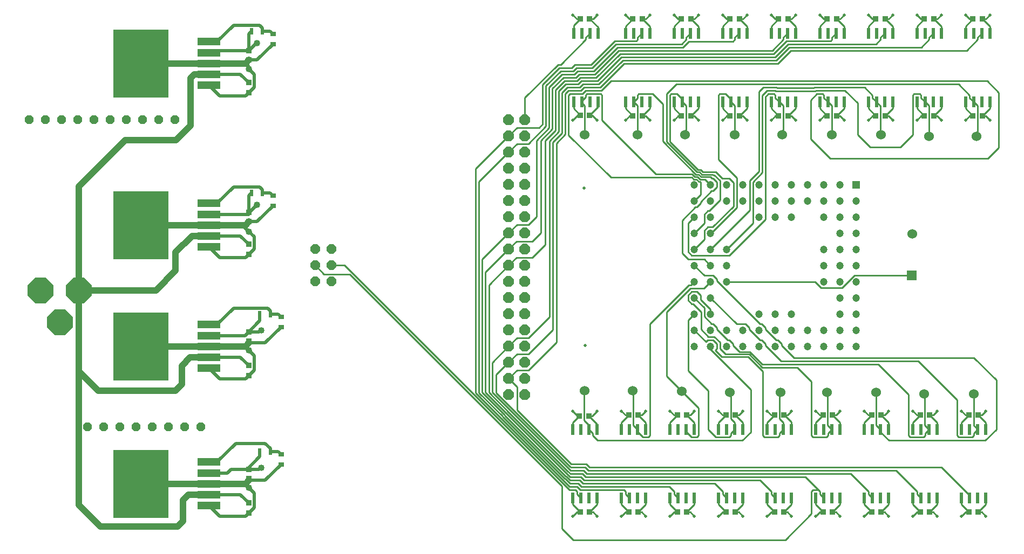
<source format=gtl>
%FSLAX25Y25*%
%MOIN*%
G70*
G01*
G75*
G04 Layer_Physical_Order=1*
G04 Layer_Color=255*
%ADD10R,0.33858X0.42126*%
%ADD11R,0.14173X0.04528*%
%ADD12R,0.03661X0.03661*%
%ADD13R,0.03500X0.03400*%
%ADD14R,0.03661X0.03661*%
%ADD15R,0.02200X0.06700*%
%ADD16R,0.02178X0.03937*%
%ADD17R,0.03200X0.03000*%
%ADD18C,0.01000*%
%ADD19C,0.04000*%
%ADD20C,0.02000*%
%ADD21C,0.03937*%
%ADD22C,0.06000*%
%ADD23C,0.04724*%
%ADD24R,0.04724X0.04724*%
%ADD25R,0.06000X0.06000*%
%ADD26P,0.06061X8X112.5*%
%ADD27P,0.06605X8X292.5*%
%ADD28P,0.17046X8X112.5*%
%ADD29C,0.07677*%
%ADD30P,0.17046X8X202.5*%
%ADD31P,0.07144X8X292.5*%
%ADD32C,0.05000*%
%ADD33C,0.02000*%
%ADD34C,0.04000*%
D10*
X143465Y135000D02*
D03*
Y235000D02*
D03*
Y60000D02*
D03*
Y-25000D02*
D03*
D11*
X185394Y148386D02*
D03*
Y141693D02*
D03*
Y135000D02*
D03*
Y128307D02*
D03*
Y121614D02*
D03*
Y248386D02*
D03*
Y241693D02*
D03*
Y235000D02*
D03*
Y228307D02*
D03*
Y221614D02*
D03*
Y73386D02*
D03*
Y66693D02*
D03*
Y60000D02*
D03*
Y53307D02*
D03*
Y46614D02*
D03*
Y-11614D02*
D03*
Y-18307D02*
D03*
Y-25000D02*
D03*
Y-31693D02*
D03*
Y-38386D02*
D03*
D12*
X210000Y-21953D02*
D03*
Y-16047D02*
D03*
Y63047D02*
D03*
Y68953D02*
D03*
Y237047D02*
D03*
Y242953D02*
D03*
Y137047D02*
D03*
Y142953D02*
D03*
D13*
Y-43050D02*
D03*
Y-36950D02*
D03*
Y41950D02*
D03*
Y48050D02*
D03*
Y216950D02*
D03*
Y223050D02*
D03*
Y116950D02*
D03*
Y123050D02*
D03*
D14*
X504547Y-42500D02*
D03*
X510453D02*
D03*
X504547Y17500D02*
D03*
X510453D02*
D03*
X534547Y-42500D02*
D03*
X540453D02*
D03*
X534547Y17500D02*
D03*
X540453D02*
D03*
X564547Y-42500D02*
D03*
X570453D02*
D03*
X564547Y17500D02*
D03*
X570453D02*
D03*
X594547Y-42500D02*
D03*
X600453D02*
D03*
X594547Y17500D02*
D03*
X600453D02*
D03*
X624547Y-42500D02*
D03*
X630453D02*
D03*
X624547Y17500D02*
D03*
X630453D02*
D03*
X654547Y-42500D02*
D03*
X660453D02*
D03*
X654547Y17500D02*
D03*
X660453D02*
D03*
X444547Y-42500D02*
D03*
X450453D02*
D03*
X444547Y17500D02*
D03*
X450453D02*
D03*
X474547Y-42500D02*
D03*
X480453D02*
D03*
X474547Y17500D02*
D03*
X480453D02*
D03*
X414047Y17000D02*
D03*
X419953D02*
D03*
X414547Y-42500D02*
D03*
X420453D02*
D03*
X507047Y262500D02*
D03*
X512953D02*
D03*
X507047Y202500D02*
D03*
X512953D02*
D03*
X537047Y262500D02*
D03*
X542953D02*
D03*
X537047Y202500D02*
D03*
X542953D02*
D03*
X567047Y262500D02*
D03*
X572953D02*
D03*
X567047Y202500D02*
D03*
X572953D02*
D03*
X597047Y262500D02*
D03*
X602953D02*
D03*
X597047Y202500D02*
D03*
X602953D02*
D03*
X627047Y262500D02*
D03*
X632953D02*
D03*
X627047Y202500D02*
D03*
X632953D02*
D03*
X657047Y262500D02*
D03*
X662953D02*
D03*
X657047Y202500D02*
D03*
X662953D02*
D03*
X447047Y262500D02*
D03*
X452953D02*
D03*
X447047Y202500D02*
D03*
X452953D02*
D03*
X477047Y262500D02*
D03*
X482953D02*
D03*
X477047Y202500D02*
D03*
X482953D02*
D03*
X414547Y203000D02*
D03*
X420453D02*
D03*
X414547Y262500D02*
D03*
X420453D02*
D03*
D15*
X590000Y-33700D02*
D03*
X595000D02*
D03*
X590000Y8700D02*
D03*
X595000D02*
D03*
X600000Y-33700D02*
D03*
X605000D02*
D03*
X600000Y8700D02*
D03*
X605000D02*
D03*
X592500Y211300D02*
D03*
X597500D02*
D03*
X602500D02*
D03*
X592500Y253700D02*
D03*
X597500D02*
D03*
X607500Y211300D02*
D03*
X602500Y253700D02*
D03*
X607500D02*
D03*
X620000Y-33700D02*
D03*
X625000D02*
D03*
X620000Y8700D02*
D03*
X625000D02*
D03*
X630000Y-33700D02*
D03*
X635000D02*
D03*
X630000Y8700D02*
D03*
X635000D02*
D03*
X622500Y211300D02*
D03*
X627500D02*
D03*
X632500D02*
D03*
X622500Y253700D02*
D03*
X627500D02*
D03*
X637500Y211300D02*
D03*
X632500Y253700D02*
D03*
X637500D02*
D03*
X650000Y-33700D02*
D03*
X655000D02*
D03*
X650000Y8700D02*
D03*
X655000D02*
D03*
X660000Y-33700D02*
D03*
X665000D02*
D03*
X660000Y8700D02*
D03*
X665000D02*
D03*
X652500Y211300D02*
D03*
X657500D02*
D03*
X662500D02*
D03*
X652500Y253700D02*
D03*
X657500D02*
D03*
X667500Y211300D02*
D03*
X662500Y253700D02*
D03*
X667500D02*
D03*
X410000Y-33700D02*
D03*
X415000D02*
D03*
X420000D02*
D03*
X410000Y8700D02*
D03*
X415000D02*
D03*
X425000Y-33700D02*
D03*
X420000Y8700D02*
D03*
X425000D02*
D03*
X410500Y211300D02*
D03*
X415500D02*
D03*
X410500Y253700D02*
D03*
X415500D02*
D03*
X420500Y211300D02*
D03*
X425500D02*
D03*
X420500Y253700D02*
D03*
X425500D02*
D03*
X500000Y-33700D02*
D03*
X505000D02*
D03*
X500000Y8700D02*
D03*
X505000D02*
D03*
X510000Y-33700D02*
D03*
X515000D02*
D03*
X510000Y8700D02*
D03*
X515000D02*
D03*
X502500Y211300D02*
D03*
X507500D02*
D03*
X512500D02*
D03*
X502500Y253700D02*
D03*
X507500D02*
D03*
X517500Y211300D02*
D03*
X512500Y253700D02*
D03*
X517500D02*
D03*
X530000Y-33700D02*
D03*
X535000D02*
D03*
X530000Y8700D02*
D03*
X535000D02*
D03*
X540000Y-33700D02*
D03*
X545000D02*
D03*
X540000Y8700D02*
D03*
X545000D02*
D03*
X532500Y211300D02*
D03*
X537500D02*
D03*
X542500D02*
D03*
X532500Y253700D02*
D03*
X537500D02*
D03*
X547500Y211300D02*
D03*
X542500Y253700D02*
D03*
X547500D02*
D03*
X560000Y-33700D02*
D03*
X565000D02*
D03*
X560000Y8700D02*
D03*
X565000D02*
D03*
X570000Y-33700D02*
D03*
X575000D02*
D03*
X570000Y8700D02*
D03*
X575000D02*
D03*
X562500Y211300D02*
D03*
X567500D02*
D03*
X572500D02*
D03*
X562500Y253700D02*
D03*
X567500D02*
D03*
X577500Y211300D02*
D03*
X572500Y253700D02*
D03*
X577500D02*
D03*
X470000Y-33700D02*
D03*
X475000D02*
D03*
X470000Y8700D02*
D03*
X475000D02*
D03*
X480000Y-33700D02*
D03*
X485000D02*
D03*
X480000Y8700D02*
D03*
X485000D02*
D03*
X472500Y211300D02*
D03*
X477500D02*
D03*
X482500D02*
D03*
X472500Y253700D02*
D03*
X477500D02*
D03*
X487500Y211300D02*
D03*
X482500Y253700D02*
D03*
X487500D02*
D03*
X440000Y-33700D02*
D03*
X445000D02*
D03*
X440000Y8700D02*
D03*
X445000D02*
D03*
X450000Y-33700D02*
D03*
X455000D02*
D03*
X450000Y8700D02*
D03*
X455000D02*
D03*
X442500Y211300D02*
D03*
X447500D02*
D03*
X452500D02*
D03*
X442500Y253700D02*
D03*
X447500D02*
D03*
X457500Y211300D02*
D03*
X452500Y253700D02*
D03*
X457500D02*
D03*
D16*
X216746Y-5000D02*
D03*
X223254D02*
D03*
X216746Y80000D02*
D03*
X223254D02*
D03*
X211746Y255000D02*
D03*
X218254D02*
D03*
X211746Y155000D02*
D03*
X218254D02*
D03*
D17*
X230000Y-13050D02*
D03*
Y-6950D02*
D03*
Y71950D02*
D03*
Y78050D02*
D03*
X225000Y246950D02*
D03*
Y253050D02*
D03*
Y146950D02*
D03*
Y153050D02*
D03*
D18*
X410400Y-59800D02*
X541200D01*
X403350Y-52750D02*
X410400Y-59800D01*
X403350Y-52750D02*
Y-26350D01*
X541200Y-59800D02*
X557400Y-43600D01*
X657500Y211300D02*
X659878Y208922D01*
Y190390D02*
Y208922D01*
X659449Y189961D02*
X659878Y190390D01*
X627500Y211300D02*
X629921Y208879D01*
Y189961D02*
Y208879D01*
X597500Y211300D02*
X600122Y208678D01*
Y191217D02*
Y208678D01*
Y191217D02*
X600394Y190945D01*
X567500Y211300D02*
X569882Y208918D01*
Y190945D02*
Y208918D01*
X537500Y211300D02*
X539878Y208922D01*
Y191453D02*
Y208922D01*
X539370Y190945D02*
X539878Y191453D01*
X507500Y211300D02*
X509878Y208922D01*
Y190980D02*
Y208922D01*
X509842Y190945D02*
X509878Y190980D01*
X477500Y211300D02*
X479878Y208922D01*
Y191492D02*
Y208922D01*
X479331Y190945D02*
X479878Y191492D01*
X447500Y211300D02*
X449878Y208922D01*
Y191020D02*
Y208922D01*
X449803Y190945D02*
X449878Y191020D01*
X415000Y211300D02*
X417900Y214200D01*
X415000Y211300D02*
X417378Y208922D01*
Y191000D02*
Y208922D01*
X417323Y190945D02*
X417378Y191000D01*
X657480Y11220D02*
X660000Y8700D01*
X657480Y11220D02*
Y30512D01*
X627378Y11322D02*
X630000Y8700D01*
X627378Y11322D02*
Y30102D01*
X626968Y30512D02*
X627378Y30102D01*
X597441Y11259D02*
X600000Y8700D01*
X597441Y11259D02*
Y31496D01*
X567378Y11322D02*
X570000Y8700D01*
X567378Y11322D02*
Y31047D01*
X566929Y31496D02*
X567378Y31047D01*
X527400Y4729D02*
Y44450D01*
Y4729D02*
X528279Y3850D01*
X536721D01*
X537600Y4729D01*
Y6300D01*
X540000Y8700D01*
X518330Y53521D02*
X527400Y44450D01*
X501991Y53521D02*
X518330D01*
X512900Y56638D02*
X519455D01*
X508862Y60676D02*
X512900Y56638D01*
X504400Y55138D02*
X518834D01*
X500862Y58676D02*
X504400Y55138D01*
X519455Y56638D02*
X527093Y49000D01*
X518834Y55138D02*
X526972Y47000D01*
X497987Y57525D02*
X501991Y53521D01*
X537622Y30732D02*
X538386Y31496D01*
X537622Y15255D02*
Y30732D01*
Y15255D02*
X540000Y12877D01*
Y8700D02*
Y12877D01*
X506890Y31496D02*
X507622Y30764D01*
Y15255D02*
Y30764D01*
Y15255D02*
X510000Y12877D01*
Y8700D02*
Y12877D01*
X447378Y11322D02*
X450000Y8700D01*
X447378Y11322D02*
Y31953D01*
X446850Y32480D02*
X447378Y31953D01*
X420000Y8700D02*
Y11291D01*
X417122Y14169D02*
X420000Y11291D01*
X417122Y14169D02*
Y32280D01*
X417323Y32480D01*
X612205Y183071D02*
X619900Y190766D01*
X593504Y183071D02*
X612205D01*
X585850Y190725D02*
X593504Y183071D01*
X673000Y182843D02*
Y217000D01*
X666339Y176181D02*
X673000Y182843D01*
X568898Y176181D02*
X666339D01*
X619900Y190766D02*
Y215271D01*
X585850Y190725D02*
Y210410D01*
X559950Y218150D02*
X578110D01*
X585850Y210410D01*
X557000Y188079D02*
X568898Y176181D01*
X557000Y188079D02*
Y212371D01*
X467900Y186475D02*
X486513Y167862D01*
X469900Y186596D02*
X487134Y169362D01*
X469900Y186596D02*
Y215271D01*
X465500Y186753D02*
X485891Y166362D01*
X490378Y167862D02*
X498257D01*
X489757Y166362D02*
X496309D01*
X489135Y164862D02*
X494981D01*
X488514Y163362D02*
X491638D01*
X483632Y166500D02*
X485270Y164862D01*
X488878Y169362D02*
X490378Y167862D01*
X487134Y169362D02*
X488878D01*
X488257Y167862D02*
X489757Y166362D01*
X486513Y167862D02*
X488257D01*
X487635Y166362D02*
X489135Y164862D01*
X485891Y166362D02*
X487635D01*
X487014Y164862D02*
X488514Y163362D01*
X485270Y164862D02*
X487014D01*
X487893Y161862D02*
X488600D01*
X486393Y163362D02*
X487893Y161862D01*
X484649Y163362D02*
X486393D01*
X483511Y164500D02*
X484649Y163362D01*
X488600Y161862D02*
X488862Y161600D01*
X433500Y164500D02*
X483511D01*
X491638Y163362D02*
X495000Y160000D01*
X461453Y166500D02*
X483632D01*
X494981Y164862D02*
X495981Y163862D01*
X496309Y166362D02*
X496809Y165862D01*
X428100Y199853D02*
X461453Y166500D01*
X428100Y199853D02*
Y215271D01*
X671500Y8629D02*
Y39130D01*
X657630Y53000D02*
X671500Y39130D01*
X546538Y53000D02*
X657630D01*
X647400Y4729D02*
Y26813D01*
X623213Y51000D02*
X647400Y26813D01*
X538538Y51000D02*
X623213D01*
X519900Y7029D02*
Y33250D01*
X495000Y58150D02*
X519900Y33250D01*
X495000Y58150D02*
Y60000D01*
X557400Y4729D02*
Y38072D01*
X548472Y47000D02*
X557400Y38072D01*
X526972Y47000D02*
X548472D01*
X527093Y49000D02*
X598500D01*
X481138Y44862D02*
X493600Y32400D01*
Y8529D02*
Y32400D01*
Y8529D02*
X498279Y3850D01*
X514721Y1850D02*
X519900Y7029D01*
X354000Y113715D02*
X370385Y130100D01*
X354000Y31485D02*
Y113715D01*
X358164Y97879D02*
X370385Y110100D01*
X358164Y31564D02*
Y97879D01*
X375185Y114900D02*
X384900D01*
X370385Y110100D02*
X375185Y114900D01*
Y124900D02*
X384900D01*
X370385Y120100D02*
X375185Y124900D01*
X497987Y57525D02*
X498862Y58400D01*
X492269Y62731D02*
X493400Y63862D01*
X485000Y70000D02*
X492269Y62731D01*
X481138Y76138D02*
X485000Y80000D01*
X481138Y44862D02*
Y76138D01*
X459221Y216150D02*
X465500Y209871D01*
Y186753D02*
Y209871D01*
X584107Y103862D02*
X619138D01*
X576383Y96138D02*
X584107Y103862D01*
X563400Y96138D02*
X576383D01*
X269021Y110100D02*
X363585Y15536D01*
X260885Y110100D02*
X269021D01*
X363585Y15444D02*
Y15536D01*
X350000Y31243D02*
X365085Y16158D01*
X350000Y31243D02*
Y169715D01*
X352000Y31364D02*
Y161715D01*
Y31364D02*
X366585Y16779D01*
X354000Y31485D02*
X368085Y17400D01*
X356000Y31607D02*
Y105715D01*
Y31607D02*
X369585Y18022D01*
X358164Y31564D02*
X371085Y18643D01*
X360164Y31685D02*
Y49879D01*
Y31685D02*
X372585Y19264D01*
X362785Y31186D02*
X374085Y19886D01*
X362785Y31186D02*
Y42500D01*
X375585Y20415D02*
Y34900D01*
X372585Y19172D02*
Y19264D01*
X371085Y18551D02*
Y18643D01*
X369585Y17930D02*
Y18022D01*
X368085Y17308D02*
Y17400D01*
X366585Y16687D02*
Y16779D01*
X365085Y16066D02*
Y16158D01*
X374085Y19794D02*
Y19886D01*
X403971Y-24850D02*
X407971Y-28850D01*
X404593Y-23350D02*
X408093Y-26850D01*
X405214Y-21850D02*
X408214Y-24850D01*
X405835Y-20350D02*
X408335Y-22850D01*
X406457Y-18850D02*
X408457Y-20850D01*
X407078Y-17350D02*
X408578Y-18850D01*
X407699Y-15850D02*
X408699Y-16850D01*
X403258Y-26350D02*
X403350D01*
X362085Y14823D02*
X403258Y-26350D01*
X362085Y14823D02*
Y14915D01*
X272349Y104651D02*
X362085Y14915D01*
X403879Y-24850D02*
X403971D01*
X363585Y15444D02*
X403879Y-24850D01*
X404501Y-23350D02*
X404593D01*
X365085Y16066D02*
X404501Y-23350D01*
X405122Y-21850D02*
X405214D01*
X366585Y16687D02*
X405122Y-21850D01*
X405743Y-20350D02*
X405835D01*
X368085Y17308D02*
X405743Y-20350D01*
X406365Y-18850D02*
X406457D01*
X369585Y17930D02*
X406365Y-18850D01*
X406986Y-17350D02*
X407078D01*
X371085Y18551D02*
X406986Y-17350D01*
X407607Y-15850D02*
X407699D01*
X372585Y19172D02*
X407607Y-15850D01*
X408321Y-14350D02*
X408821Y-14850D01*
X408229Y-14350D02*
X408321D01*
X374085Y19794D02*
X408229Y-14350D01*
X408850Y-12850D02*
X418349D01*
X375585Y20415D02*
X408850Y-12850D01*
X408821Y-14850D02*
X417520D01*
X408699Y-16850D02*
X416692D01*
X408578Y-18850D02*
X415863D01*
X408457Y-20850D02*
X415035D01*
X408335Y-22850D02*
X414207D01*
X408214Y-24850D02*
X413378D01*
X408093Y-26850D02*
X412550D01*
X407971Y-28850D02*
X411721D01*
X256334Y104651D02*
X272349D01*
X410000Y-37953D02*
X414547Y-42500D01*
X410000Y-37953D02*
Y-33700D01*
X185394Y-11614D02*
X190386D01*
X185394Y73386D02*
X190386D01*
X185394Y248386D02*
X190386D01*
X185394Y148386D02*
X190386D01*
X407400Y190600D02*
X433500Y164500D01*
X413000Y203000D02*
X414547D01*
X410000Y200000D02*
X413000Y203000D01*
X422000D02*
X425000Y200000D01*
X420453Y203000D02*
X422000D01*
X420453D02*
X425500Y208047D01*
Y211300D01*
X410500Y207047D02*
X414547Y203000D01*
X410500Y207047D02*
Y211300D01*
X487600Y4729D02*
Y21900D01*
X468000Y41500D02*
X487600Y21900D01*
X468000Y41500D02*
Y81290D01*
X482572Y95862D01*
X457600Y73719D02*
X481743Y97862D01*
X457600Y4729D02*
Y73719D01*
X422000Y17000D02*
X425000Y20000D01*
X419953Y17000D02*
X422000D01*
X425000Y8700D02*
Y11953D01*
X419953Y17000D02*
X425000Y11953D01*
X662500Y17500D02*
X665000Y20000D01*
X660453Y17500D02*
X662500D01*
X650000Y20000D02*
X652500Y17500D01*
X654547D01*
X632500D02*
X635000Y20000D01*
X630453Y17500D02*
X632500D01*
X620000Y20000D02*
X622500Y17500D01*
X624547D01*
X602500D02*
X605000Y20000D01*
X600453Y17500D02*
X602500D01*
X590000Y20000D02*
X592500Y17500D01*
X594547D01*
X210000Y-27500D02*
Y-27047D01*
Y142953D02*
X210453D01*
X665000Y262500D02*
X667500Y265000D01*
X662953Y262500D02*
X665000D01*
X652500Y265000D02*
X655000Y262500D01*
X657047D01*
X635000D02*
X637500Y265000D01*
X632953Y262500D02*
X635000D01*
X622500Y265000D02*
X625000Y262500D01*
X627047D01*
X605000D02*
X607500Y265000D01*
X602953Y262500D02*
X605000D01*
X592500Y265000D02*
X595000Y262500D01*
X597047D01*
X575000D02*
X577500Y265000D01*
X572953Y262500D02*
X575000D01*
X562500Y265000D02*
X565000Y262500D01*
X567047D01*
X545000D02*
X547500Y265000D01*
X542953Y262500D02*
X545000D01*
X532500Y265000D02*
X535000Y262500D01*
X537047D01*
X515000D02*
X517500Y265000D01*
X512953Y262500D02*
X515000D01*
X502500Y265000D02*
X505000Y262500D01*
X507047D01*
X485000D02*
X487500Y265000D01*
X482953Y262500D02*
X485000D01*
X472500Y265000D02*
X475000Y262500D01*
X477047D01*
X455000D02*
X457500Y265000D01*
X452953Y262500D02*
X455000D01*
X442500Y265000D02*
X445000Y262500D01*
X447047D01*
X422500D02*
X425000Y265000D01*
X420453Y262500D02*
X422500D01*
X410000Y265000D02*
X412500Y262500D01*
X414547D01*
X665000Y202500D02*
X667500Y200000D01*
X662953Y202500D02*
X665000D01*
X652500Y200000D02*
X655000Y202500D01*
X657047D01*
X635000D02*
X637500Y200000D01*
X632953Y202500D02*
X635000D01*
X622500Y200000D02*
X625000Y202500D01*
X627047D01*
X605000D02*
X607500Y200000D01*
X602953Y202500D02*
X605000D01*
X592500Y200000D02*
X595000Y202500D01*
X597047D01*
X575000D02*
X577500Y200000D01*
X572953Y202500D02*
X575000D01*
X562500Y200000D02*
X565000Y202500D01*
X567047D01*
X545000D02*
X547500Y200000D01*
X542953Y202500D02*
X545000D01*
X532500Y200000D02*
X535000Y202500D01*
X537047D01*
X515000D02*
X517500Y200000D01*
X512953Y202500D02*
X515000D01*
X502500Y200000D02*
X505000Y202500D01*
X507047D01*
X485000D02*
X487500Y200000D01*
X482953Y202500D02*
X485000D01*
X472500Y200000D02*
X475000Y202500D01*
X477047D01*
X455000D02*
X457500Y200000D01*
X452953Y202500D02*
X455000D01*
X442500Y200000D02*
X445000Y202500D01*
X447047D01*
X572500Y17500D02*
X575000Y20000D01*
X570453Y17500D02*
X572500D01*
X560000Y20000D02*
X562500Y17500D01*
X564547D01*
X540600D02*
X542500D01*
X540453D02*
X540600D01*
X542500D02*
X545000Y20000D01*
X530000D02*
X532500Y17500D01*
X534547D01*
X512500D02*
X515000Y20000D01*
X510453Y17500D02*
X512500D01*
X500000Y20000D02*
X502500Y17500D01*
X504547D01*
X482500D02*
X485000Y20000D01*
X480453Y17500D02*
X482500D01*
X470000Y20000D02*
X472500Y17500D01*
X474547D01*
X452500D02*
X455000Y20000D01*
X450453Y17500D02*
X452500D01*
X440000Y20000D02*
X442500Y17500D01*
X444547D01*
X662500Y-42500D02*
X665000Y-45000D01*
X660453Y-42500D02*
X662500D01*
X650000Y-45000D02*
X652500Y-42500D01*
X654547D01*
X632500D02*
X635000Y-45000D01*
X630453Y-42500D02*
X632500D01*
X620000Y-45000D02*
X622500Y-42500D01*
X624547D01*
X602500D02*
X605000Y-45000D01*
X600453Y-42500D02*
X602500D01*
X590000Y-45000D02*
X592500Y-42500D01*
X594547D01*
X572500D02*
X575000Y-45000D01*
X570453Y-42500D02*
X572500D01*
X560000Y-45000D02*
X562500Y-42500D01*
X564547D01*
X542500D02*
X545000Y-45000D01*
X540453Y-42500D02*
X542500D01*
X530000Y-45000D02*
X532500Y-42500D01*
X534547D01*
X512500D02*
X515000Y-45000D01*
X510453Y-42500D02*
X512500D01*
X500000Y-45000D02*
X502500Y-42500D01*
X504547D01*
X482500D02*
X485000Y-45000D01*
X480453Y-42500D02*
X482500D01*
X470000Y-45000D02*
X472500Y-42500D01*
X474547D01*
X452500D02*
X455000Y-45000D01*
X450453Y-42500D02*
X452500D01*
X440000Y-45000D02*
X442500Y-42500D01*
X444547D01*
X422500D02*
X425000Y-45000D01*
X420453Y-42500D02*
X422500D01*
X410000Y-45000D02*
X412500Y-42500D01*
X414547D01*
X619900Y215271D02*
X620779Y216150D01*
X624221D01*
X413000Y17000D02*
X414047D01*
X410000Y20000D02*
X413000Y17000D01*
X665850Y224150D02*
X673000Y217000D01*
X433777Y224150D02*
X665850D01*
X557000Y212371D02*
X560779Y216150D01*
X499900Y175428D02*
Y215271D01*
X509138Y146638D02*
Y161324D01*
X467900Y186475D02*
Y216100D01*
X506600Y163862D02*
X509138Y161324D01*
X502257Y163862D02*
X506600D01*
X498257Y167862D02*
X502257Y163862D01*
X500862Y150400D02*
Y162428D01*
X498862Y158400D02*
Y161600D01*
X497428Y165862D02*
X500862Y162428D01*
X496809Y165862D02*
X497428D01*
X496600Y163862D02*
X498862Y161600D01*
X495981Y163862D02*
X496600D01*
Y156138D02*
X498862Y158400D01*
X418779Y216150D02*
X427221D01*
X428100Y215271D01*
X407400Y190600D02*
Y215271D01*
X557400Y-43600D02*
Y-29729D01*
X558279Y-28850D01*
X561721D01*
X456721Y3850D02*
X457600Y4729D01*
X453279Y3850D02*
X456721D01*
X664721Y1850D02*
X671500Y8629D01*
X617400Y4729D02*
Y30100D01*
X598500Y49000D02*
X617400Y30100D01*
X647400Y4729D02*
X648279Y3850D01*
X656721D01*
X538862Y60676D02*
X546538Y53000D01*
X528862Y60676D02*
X538538Y51000D01*
X559538Y100000D02*
X563400Y96138D01*
X505000Y100000D02*
X559538D01*
X553721Y-20850D02*
X561721Y-28850D01*
X562600Y-29729D01*
X250885Y110100D02*
X256334Y104651D01*
X380385Y200100D02*
Y213712D01*
X400823Y234150D01*
X402521D01*
X418100Y249729D01*
Y251300D01*
X420500Y253700D01*
X391400Y197400D02*
Y221899D01*
X389300Y195300D02*
X391400Y197400D01*
X375585Y195300D02*
X389300D01*
X400000Y185673D02*
X405400Y191073D01*
X400000Y62644D02*
Y185673D01*
X397728Y186230D02*
X403400Y191902D01*
X397728Y70372D02*
Y186230D01*
X395657Y186987D02*
X401400Y192730D01*
X395657Y78300D02*
Y186987D01*
X399400Y193558D02*
Y218585D01*
X392993Y187151D02*
X399400Y193558D01*
X392993Y122993D02*
Y187151D01*
X397400Y194387D02*
Y219413D01*
X390328Y187315D02*
X397400Y194387D01*
X390328Y130328D02*
Y187315D01*
X395400Y195215D02*
Y220242D01*
X387500Y187315D02*
X395400Y195215D01*
X387500Y140144D02*
Y187315D01*
X382656Y185300D02*
X393400Y196044D01*
X382656Y45300D02*
X400000Y62644D01*
X382656Y65300D02*
X395657Y78300D01*
X382656Y55300D02*
X397728Y70372D01*
X384900Y114900D02*
X392993Y122993D01*
X402480Y230150D02*
X410151D01*
X403308Y228150D02*
X410980D01*
X404137Y226150D02*
X411808D01*
X404965Y224150D02*
X412637D01*
X405793Y222150D02*
X413465D01*
X406622Y220150D02*
X414293D01*
X407450Y218150D02*
X415122D01*
X408279Y216150D02*
X415950D01*
X417900Y214200D02*
Y215271D01*
X411323Y234150D02*
X421150D01*
X401651Y232150D02*
X409323D01*
X436678Y246850D02*
X477221D01*
X412151Y232150D02*
X421978D01*
X412980Y230150D02*
X422807D01*
X438335Y242850D02*
X533221D01*
X413808Y228150D02*
X423635D01*
X414637Y226150D02*
X424464D01*
X415465Y224150D02*
X425292D01*
X416293Y222150D02*
X426121D01*
X426949Y220150D02*
X441649Y234850D01*
X417122Y220150D02*
X426949D01*
X417950Y218150D02*
X427777D01*
X409323Y232150D02*
X411323Y234150D01*
X410151Y230150D02*
X412151Y232150D01*
X410980Y228150D02*
X412980Y230150D01*
X411808Y226150D02*
X413808Y228150D01*
X412637Y224150D02*
X414637Y226150D01*
X413465Y222150D02*
X415465Y224150D01*
X414293Y220150D02*
X416293Y222150D01*
X415122Y218150D02*
X417122Y220150D01*
X415950Y216150D02*
X417950Y218150D01*
X417900Y215271D02*
X418779Y216150D01*
X421150Y234150D02*
X435850Y248850D01*
X421978Y232150D02*
X436678Y246850D01*
X422807Y230150D02*
X437507Y244850D01*
X423635Y228150D02*
X438335Y242850D01*
X424464Y226150D02*
X439164Y240850D01*
X425292Y224150D02*
X439992Y238850D01*
X426121Y222150D02*
X440821Y236850D01*
X427777Y218150D02*
X433777Y224150D01*
X441649Y234850D02*
X536535D01*
X440821Y236850D02*
X535707D01*
X439992Y238850D02*
X534878D01*
X439164Y240850D02*
X534050D01*
X437507Y244850D02*
X478050D01*
X435850Y248850D02*
X449221D01*
X420453Y-42500D02*
X425000Y-37953D01*
Y-33700D01*
X420453Y262500D02*
X425500Y257453D01*
Y253700D02*
Y257453D01*
X410500Y258453D02*
X414547Y262500D01*
X410500Y253700D02*
Y258453D01*
X410000Y12953D02*
X414047Y17000D01*
X410000Y8700D02*
Y12953D01*
X407400Y215271D02*
X408279Y216150D01*
X405400Y216100D02*
X407450Y218150D01*
X405400Y191073D02*
Y216100D01*
X391400Y221899D02*
X401651Y232150D01*
X393400Y221070D02*
X402480Y230150D01*
X393400Y196044D02*
Y221070D01*
X395400Y220242D02*
X403308Y228150D01*
X397400Y219413D02*
X404137Y226150D01*
X399400Y218585D02*
X404965Y224150D01*
X401400Y217757D02*
X405793Y222150D01*
X401400Y192730D02*
Y217757D01*
X403400Y216928D02*
X406622Y220150D01*
X403400Y191902D02*
Y216928D01*
X481138Y91600D02*
X483400Y93862D01*
X481138Y88400D02*
Y91600D01*
Y88400D02*
X483400Y86138D01*
X488862Y153862D02*
Y161600D01*
X605150Y1850D02*
X664721D01*
X600000Y7000D02*
X605150Y1850D01*
X600000Y7000D02*
Y8700D01*
X485000Y110000D02*
X491138Y103862D01*
X496600D01*
X498862Y101600D01*
Y100676D02*
Y101600D01*
Y100676D02*
X525676Y73862D01*
X526600D01*
X528862Y71600D01*
Y70676D02*
Y71600D01*
Y70676D02*
X535676Y63862D01*
X536600D01*
X538862Y61600D01*
Y60676D02*
Y61600D01*
X425279Y1850D02*
X514721D01*
X422400Y4729D02*
X425279Y1850D01*
X498279Y3850D02*
X506721D01*
X507600Y4729D01*
Y6300D01*
X510000Y8700D01*
X486721Y3850D02*
X487600Y4729D01*
X483279Y3850D02*
X486721D01*
X480000Y7129D02*
X483279Y3850D01*
X480000Y7129D02*
Y8700D01*
X485000Y150000D02*
X488862Y153862D01*
X560779Y216150D02*
X564221D01*
X565100Y215271D01*
Y213700D02*
Y215271D01*
Y213700D02*
X567500Y211300D01*
X592500Y207047D02*
Y211300D01*
Y207047D02*
X597047Y202500D01*
X477500Y117500D02*
Y137962D01*
Y117500D02*
X481138Y113862D01*
X477500Y137962D02*
X485676Y146138D01*
X481138Y136138D02*
X485000Y140000D01*
X481138Y118400D02*
Y136138D01*
Y118400D02*
X483400Y116138D01*
X481138Y113862D02*
X491138D01*
X483400Y116138D02*
X506600D01*
X528862Y60676D02*
Y61600D01*
X526600Y63862D02*
X528862Y61600D01*
X525676Y63862D02*
X526600D01*
X518862Y70676D02*
X525676Y63862D01*
X518862Y70676D02*
Y71600D01*
X516600Y73862D02*
X518862Y71600D01*
X511138Y73862D02*
X516600D01*
X617400Y4729D02*
X618279Y3850D01*
X626721D01*
X508862Y60676D02*
Y61600D01*
X506600Y63862D02*
X508862Y61600D01*
X505676Y63862D02*
X506600D01*
X498862Y70676D02*
X505676Y63862D01*
X498862Y70676D02*
Y71600D01*
X496600Y73862D02*
X498862Y71600D01*
X495676Y73862D02*
X496600D01*
X491138Y78400D02*
X495676Y73862D01*
X600453Y17500D02*
X605000Y12953D01*
Y8700D02*
Y12953D01*
X570453Y17500D02*
X575000Y12953D01*
X567600Y6300D02*
X570000Y8700D01*
X567600Y4729D02*
Y6300D01*
X566721Y3850D02*
X567600Y4729D01*
X558279Y3850D02*
X566721D01*
X557400Y4729D02*
X558279Y3850D01*
X500862Y58676D02*
Y62428D01*
X497428Y65862D02*
X500862Y62428D01*
X493676Y65862D02*
X497428D01*
X489138Y70400D02*
X493676Y65862D01*
X498862Y58400D02*
Y61600D01*
X496600Y63862D02*
X498862Y61600D01*
X493400Y63862D02*
X496600D01*
X560000Y12953D02*
X564547Y17500D01*
X560000Y8700D02*
Y12953D01*
X590000D02*
X594547Y17500D01*
X590000Y8700D02*
Y12953D01*
X545000Y8700D02*
Y13100D01*
X540600Y17500D02*
X545000Y13100D01*
X412600Y-31300D02*
Y-29729D01*
X420349Y-14850D02*
X637721D01*
X418349Y-12850D02*
X420349Y-14850D01*
X417520D02*
X419520Y-16850D01*
X416692D02*
X418692Y-18850D01*
X415863D02*
X417863Y-20850D01*
X415035D02*
X417035Y-22850D01*
X414207D02*
X416207Y-24850D01*
X413378D02*
X415378Y-26850D01*
X412550D02*
X414550Y-28850D01*
X411721D02*
X412600Y-29729D01*
X482862Y97862D02*
X485000Y100000D01*
X481743Y97862D02*
X482862D01*
X450000Y7129D02*
X453279Y3850D01*
X450000Y7129D02*
Y8700D01*
X490862Y95862D02*
X495000Y100000D01*
X482572Y95862D02*
X490862D01*
X489138Y70400D02*
Y81324D01*
X495000Y80000D02*
Y82828D01*
X488862Y88966D02*
X495000Y82828D01*
X488862Y88966D02*
Y91600D01*
X486600Y93862D02*
X488862Y91600D01*
X483400Y93862D02*
X486600D01*
X483400Y86138D02*
X484324D01*
X489138Y81324D01*
X485000Y90000D02*
X491138Y83862D01*
Y78400D02*
Y83862D01*
X626721Y3850D02*
X627600Y4729D01*
Y6300D01*
X630000Y8700D01*
X495000Y90000D02*
X511138Y73862D01*
X656721Y3850D02*
X657600Y4729D01*
Y6300D01*
X660000Y8700D01*
X419520Y-16850D02*
X609721D01*
X491138Y113862D02*
X495000Y110000D01*
X485000Y120000D02*
X491138Y126138D01*
X418692Y-18850D02*
X581721D01*
X417863Y-20850D02*
X553721D01*
X417035Y-22850D02*
X525721D01*
X416207Y-24850D02*
X497721D01*
X414550Y-28850D02*
X441721D01*
X415378Y-26850D02*
X469721D01*
X422400Y4729D02*
Y6300D01*
X420000Y8700D02*
X422400Y6300D01*
X485000Y130000D02*
X491138Y136138D01*
X467900Y216100D02*
X473950Y222150D01*
X648221D01*
X655100Y215271D01*
X491138Y136138D02*
Y141600D01*
X493400Y143862D01*
X494324D01*
X500862Y150400D01*
X655100Y213700D02*
Y215271D01*
Y213700D02*
X657500Y211300D01*
X529000Y138538D02*
Y214371D01*
X506600Y116138D02*
X529000Y138538D01*
X495000Y120000D02*
X519138Y144138D01*
X521138Y136138D02*
Y161600D01*
X519138Y162428D02*
X525000Y168290D01*
X521138Y161600D02*
X527000Y167462D01*
X519138Y144138D02*
Y162428D01*
X529000Y214371D02*
X530779Y216150D01*
X527000Y215200D02*
X529950Y218150D01*
X527000Y167462D02*
Y215200D01*
X525000Y217500D02*
X527650Y220150D01*
X525000Y168290D02*
Y217500D01*
X527650Y220150D02*
X535878D01*
X529950Y218150D02*
X535050D01*
X530779Y216150D02*
X534221D01*
X590221Y220150D02*
X595100Y215271D01*
X559122Y220150D02*
X590221D01*
X534221Y216150D02*
X535100Y215271D01*
X558972Y220000D02*
X559122Y220150D01*
X536028Y220000D02*
X558972D01*
X559800Y218000D02*
X559950Y218150D01*
X535200Y218000D02*
X559800D01*
X535878Y220150D02*
X536028Y220000D01*
X535050Y218150D02*
X535200Y218000D01*
X511138Y145809D02*
Y164191D01*
X495328Y130000D02*
X511138Y145809D01*
X495000Y130000D02*
X495328D01*
X496362Y133862D02*
X509138Y146638D01*
X493400Y133862D02*
X496362D01*
X499900Y175428D02*
X511138Y164191D01*
X505000Y120000D02*
X521138Y136138D01*
X624221Y216150D02*
X625100Y215271D01*
Y213700D02*
Y215271D01*
Y213700D02*
X627500Y211300D01*
X595100Y213700D02*
Y215271D01*
Y213700D02*
X597500Y211300D01*
X535100Y213700D02*
Y215271D01*
Y213700D02*
X537500Y211300D01*
X491138Y126138D02*
Y131600D01*
X493400Y133862D01*
X469900Y215271D02*
X470779Y216150D01*
X474221D01*
X477500Y212871D01*
Y211300D02*
Y212871D01*
X488862Y149324D02*
X495676Y156138D01*
X488862Y148400D02*
Y149324D01*
X486600Y146138D02*
X488862Y148400D01*
X485676Y146138D02*
X486600D01*
X499900Y215271D02*
X500779Y216150D01*
X504221D01*
X507500Y212871D01*
Y211300D02*
Y212871D01*
X495676Y156138D02*
X496600D01*
X450779Y216150D02*
X459221D01*
X449900Y215271D02*
X450779Y216150D01*
X449900Y213700D02*
Y215271D01*
X447500Y211300D02*
X449900Y213700D01*
X412600Y-31300D02*
X415000Y-33700D01*
X637721Y-14850D02*
X655000Y-32129D01*
Y-33700D02*
Y-32129D01*
X370385Y40100D02*
X375585Y34900D01*
X362785Y42500D02*
X370385Y50100D01*
X356000Y105715D02*
X370385Y120100D01*
X352000Y161715D02*
X370385Y180100D01*
X350000Y169715D02*
X370385Y190100D01*
X622600Y-31300D02*
Y-29729D01*
X609721Y-16850D02*
X622600Y-29729D01*
X581721Y-18850D02*
X592600Y-29729D01*
X360164Y49879D02*
X370385Y60100D01*
X525721Y-22850D02*
X532600Y-29729D01*
X502600Y-31300D02*
X505000Y-33700D01*
X502600Y-31300D02*
Y-29729D01*
X497721Y-24850D02*
X502600Y-29729D01*
X472600Y-31300D02*
X475000Y-33700D01*
X469721Y-26850D02*
X472600Y-29729D01*
Y-31300D02*
Y-29729D01*
X442600Y-31300D02*
X445000Y-33700D01*
X442600Y-31300D02*
Y-29729D01*
X441721Y-28850D02*
X442600Y-29729D01*
X660100Y251300D02*
X662500Y253700D01*
X653221Y242850D02*
X660100Y249729D01*
X544535Y242850D02*
X653221D01*
X660100Y249729D02*
Y251300D01*
X536535Y234850D02*
X544535Y242850D01*
X375585Y45300D02*
X382656D01*
X370385Y40100D02*
X375585Y45300D01*
X625221Y244850D02*
X630100Y249729D01*
X543707Y244850D02*
X625221D01*
X535707Y236850D02*
X543707Y244850D01*
X375585Y55300D02*
X382656D01*
X370385Y50100D02*
X375585Y55300D01*
X597221Y246850D02*
X600100Y249729D01*
X542878Y246850D02*
X597221D01*
X534878Y238850D02*
X542878Y246850D01*
X375585Y65300D02*
X382656D01*
X370385Y60100D02*
X375585Y65300D01*
X569221Y248850D02*
X570100Y249729D01*
X542050Y248850D02*
X569221D01*
X534050Y240850D02*
X542050Y248850D01*
X384900Y124900D02*
X390328Y130328D01*
X478050Y244850D02*
X481700Y248500D01*
X382656Y135300D02*
X387500Y140144D01*
X375585Y135300D02*
X382656D01*
X370385Y130100D02*
X375585Y135300D01*
X480100Y251300D02*
X482500Y253700D01*
X477221Y246850D02*
X480100Y249729D01*
Y251300D01*
X375585Y185300D02*
X382656D01*
X370385Y180100D02*
X375585Y185300D01*
X450100Y251300D02*
X452500Y253700D01*
X450100Y249729D02*
Y251300D01*
X449221Y248850D02*
X450100Y249729D01*
X370385Y190100D02*
X375585Y195300D01*
X481700Y248500D02*
X508871D01*
X510100Y249729D01*
Y251300D01*
X533221Y242850D02*
X540100Y249729D01*
X630100Y251300D02*
X632500Y253700D01*
X630100Y249729D02*
Y251300D01*
X502500Y207047D02*
X507047Y202500D01*
X512953D02*
X517500Y207047D01*
X532500D02*
X537047Y202500D01*
X542953D02*
X547500Y207047D01*
Y211300D01*
X562500Y207047D02*
X567047Y202500D01*
X572953D02*
X577500Y207047D01*
Y211300D01*
X570100Y249729D02*
Y251300D01*
X502500Y207047D02*
Y211300D01*
X532500Y207047D02*
Y211300D01*
X540100Y249729D02*
Y251300D01*
X517500Y207047D02*
Y211300D01*
X622600Y-31300D02*
X625000Y-33700D01*
X592600Y-31300D02*
X595000Y-33700D01*
X592600Y-31300D02*
Y-29729D01*
X600100Y251300D02*
X602500Y253700D01*
X600100Y249729D02*
Y251300D01*
X562600Y-31300D02*
X565000Y-33700D01*
X562600Y-31300D02*
Y-29729D01*
X570100Y251300D02*
X572500Y253700D01*
X532600Y-31300D02*
X535000Y-33700D01*
X532600Y-31300D02*
Y-29729D01*
X540100Y251300D02*
X542500Y253700D01*
X510100Y251300D02*
X512500Y253700D01*
X218254Y255000D02*
Y256746D01*
Y155000D02*
Y156746D01*
X223254Y80000D02*
Y81746D01*
X480453Y-42500D02*
X485000Y-37953D01*
Y-33700D01*
X470000Y-37953D02*
X474547Y-42500D01*
X470000Y-37953D02*
Y-33700D01*
X480453Y17500D02*
X485000Y12953D01*
Y8700D02*
Y12953D01*
X470000D02*
X474547Y17500D01*
X470000Y8700D02*
Y12953D01*
X500000Y-37953D02*
Y-33700D01*
X223254Y-5000D02*
Y-3254D01*
X482953Y202500D02*
X487500Y207047D01*
Y211300D01*
X472500Y207047D02*
X477047Y202500D01*
X472500Y207047D02*
Y211300D01*
X482953Y262500D02*
X487500Y257953D01*
Y253700D02*
Y257953D01*
X472500D02*
X477047Y262500D01*
X472500Y253700D02*
Y257953D01*
X452953Y202500D02*
X457500Y207047D01*
Y211300D01*
X442500Y207047D02*
X447047Y202500D01*
X442500Y207047D02*
Y211300D01*
X452953Y262500D02*
X457500Y257953D01*
Y253700D02*
Y257953D01*
X442500D02*
X447047Y262500D01*
X442500Y253700D02*
Y257953D01*
X662953Y262500D02*
X667500Y257953D01*
Y253700D02*
Y257953D01*
X652500D02*
X657047Y262500D01*
X652500Y253700D02*
Y257953D01*
X662953Y202500D02*
X667500Y207047D01*
Y211300D01*
X652500Y207047D02*
X657047Y202500D01*
X652500Y207047D02*
Y211300D01*
X632953Y202500D02*
X637500Y207047D01*
Y211300D01*
X622500Y207047D02*
X627047Y202500D01*
X622500Y207047D02*
Y211300D01*
X632953Y262500D02*
X637500Y257953D01*
Y253700D02*
Y257953D01*
X622500D02*
X627047Y262500D01*
X622500Y253700D02*
Y257953D01*
X602953Y202500D02*
X607500Y207047D01*
Y211300D01*
X562500Y207047D02*
Y211300D01*
X602953Y262500D02*
X607500Y257953D01*
Y253700D02*
Y257953D01*
X592500D02*
X597047Y262500D01*
X592500Y253700D02*
Y257953D01*
X572953Y262500D02*
X577500Y257953D01*
Y253700D02*
Y257953D01*
X562500D02*
X567047Y262500D01*
X562500Y253700D02*
Y257953D01*
X542953Y262500D02*
X547500Y257953D01*
Y253700D02*
Y257953D01*
X532500D02*
X537047Y262500D01*
X532500Y253700D02*
Y257953D01*
X512953Y262500D02*
X517500Y257953D01*
Y253700D02*
Y257953D01*
X502500D02*
X507047Y262500D01*
X502500Y253700D02*
Y257953D01*
X450453Y-42500D02*
X455000Y-37953D01*
Y-33700D01*
X440000Y-37953D02*
X444547Y-42500D01*
X440000Y-37953D02*
Y-33700D01*
X450453Y17500D02*
X455000Y12953D01*
Y8700D02*
Y12953D01*
X440000D02*
X444547Y17500D01*
X440000Y8700D02*
Y12953D01*
X660453Y17500D02*
X665000Y12953D01*
Y8700D02*
Y12953D01*
X650000D02*
X654547Y17500D01*
X650000Y8700D02*
Y12953D01*
X660453Y-42500D02*
X665000Y-37953D01*
Y-33700D01*
X650000Y-37953D02*
X654547Y-42500D01*
X650000Y-37953D02*
Y-33700D01*
X630453Y-42500D02*
X635000Y-37953D01*
Y-33700D01*
X620000Y-37953D02*
X624547Y-42500D01*
X620000Y-37953D02*
Y-33700D01*
X630453Y17500D02*
X635000Y12953D01*
Y8700D02*
Y12953D01*
X620000D02*
X624547Y17500D01*
X620000Y8700D02*
Y12953D01*
X600453Y-42500D02*
X605000Y-37953D01*
Y-33700D01*
X590000Y-37953D02*
X594547Y-42500D01*
X590000Y-37953D02*
Y-33700D01*
X570453Y-42500D02*
X575000Y-37953D01*
Y-33700D01*
X560000Y-37953D02*
X564547Y-42500D01*
X560000Y-37953D02*
Y-33700D01*
X575000Y8700D02*
Y12953D01*
X530000D02*
X534547Y17500D01*
X530000Y8700D02*
Y12953D01*
X540453Y-42500D02*
X545000Y-37953D01*
Y-33700D01*
X530000Y-37953D02*
X534547Y-42500D01*
X530000Y-37953D02*
Y-33700D01*
X510453Y-42500D02*
X515000Y-37953D01*
Y-33700D01*
X500000Y-37953D02*
X504547Y-42500D01*
X510453Y17500D02*
X515000Y12953D01*
Y8700D02*
Y12953D01*
X500000D02*
X504547Y17500D01*
X500000Y8700D02*
Y12953D01*
D19*
X105000Y94700D02*
X152700D01*
X105000Y97700D02*
Y158937D01*
Y94700D02*
Y97700D01*
X133563Y187500D02*
X165000D01*
X105000Y158937D02*
X133563Y187500D01*
X117106Y32500D02*
X164587D01*
X105085Y44521D02*
X117106Y32500D01*
X105085Y44521D02*
Y52915D01*
X118429Y-51500D02*
X165823D01*
X105085Y-38156D02*
X118429Y-51500D01*
X105085Y-38156D02*
Y52915D01*
X172638Y-31693D02*
X185394D01*
X169291Y-35039D02*
X172638Y-31693D01*
X169291Y-48031D02*
Y-35039D01*
X165823Y-51500D02*
X169291Y-48031D01*
X173779Y53307D02*
X185394D01*
X168504Y48031D02*
X173779Y53307D01*
X168504Y36417D02*
Y48031D01*
X164587Y32500D02*
X168504Y36417D01*
X174000Y226000D02*
X176307Y228307D01*
X174000Y196500D02*
Y226000D01*
X165000Y187500D02*
X174000Y196500D01*
X105000Y91700D02*
Y94700D01*
Y53000D02*
Y91700D01*
Y53000D02*
X105085Y52915D01*
X152700Y94700D02*
X164735Y106736D01*
Y118236D01*
X207953Y135000D02*
X210000Y137047D01*
X160000Y135000D02*
X207953D01*
X174807Y128307D02*
X185394D01*
X164735Y118236D02*
X174807Y128307D01*
X176307Y228307D02*
X185394D01*
X160000Y60000D02*
X198000D01*
X143465Y235000D02*
X198000D01*
D20*
X202000Y0D02*
X220000D01*
X190386Y-11614D02*
X202000Y0D01*
X200468Y83469D02*
X221532D01*
X190386Y73386D02*
X200468Y83469D01*
Y258469D02*
X216531D01*
X190386Y248386D02*
X200468Y258469D01*
Y158468D02*
X216531D01*
X190386Y148386D02*
X200468Y158468D01*
X185394Y46614D02*
X192008Y40000D01*
X208050D01*
X204743Y53307D02*
X210000Y48050D01*
X185394Y53307D02*
X204743D01*
X207693Y66693D02*
X216746Y75746D01*
X185394Y66693D02*
X207693D01*
X185394Y121614D02*
X192008Y115000D01*
X208050D01*
X196693Y-18307D02*
X199000Y-16000D01*
X185394Y-18307D02*
X196693D01*
X185394Y-38386D02*
X192008Y-45000D01*
X204743Y-31693D02*
X210000Y-36950D01*
X185394Y-31693D02*
X204743D01*
X207000Y134000D02*
X210000Y131000D01*
Y141693D02*
Y153254D01*
X185394Y141693D02*
X210000D01*
X204743Y128307D02*
X210000Y123050D01*
X185394Y128307D02*
X204743D01*
X186701Y243000D02*
X210000D01*
X185394Y241693D02*
X186701Y243000D01*
X210000D02*
Y253254D01*
X204743Y228307D02*
X210000Y223050D01*
X185394Y228307D02*
X204743D01*
X185394Y221614D02*
X192008Y215000D01*
X208050Y-45000D02*
X210000Y-43050D01*
X207953Y-25000D02*
X210000Y-27047D01*
X216453Y-16047D02*
X217500Y-15000D01*
X210000Y-16047D02*
X216453D01*
X208050Y115000D02*
X210000Y116950D01*
X208050Y40000D02*
X210000Y41950D01*
X207953Y60000D02*
X209453Y58500D01*
X210000Y231500D02*
Y232953D01*
X216453Y68953D02*
X217500Y70000D01*
X210000Y68953D02*
X216453D01*
X210453Y142953D02*
X215000Y147500D01*
X215097Y137047D02*
X225000Y146950D01*
X210000Y137047D02*
X215097D01*
X208050Y215000D02*
X210000Y216950D01*
Y242953D02*
X214547Y247500D01*
X199000Y-16000D02*
X209000D01*
X216746Y75746D02*
Y80000D01*
X210000Y253254D02*
X211746Y255000D01*
X210000Y153254D02*
X211746Y155000D01*
X216746Y-8254D02*
Y-5000D01*
X216531Y258469D02*
X218254Y256746D01*
X223050Y255000D02*
X225000Y253050D01*
X218254Y255000D02*
X223050D01*
X215097Y237047D02*
X225000Y246950D01*
X210000Y237047D02*
X215097D01*
X192008Y215000D02*
X208050D01*
X216531Y158468D02*
X218254Y156746D01*
X223050Y155000D02*
X225000Y153050D01*
X218254Y155000D02*
X223050D01*
X220097Y62047D02*
X230000Y71950D01*
X210000Y62047D02*
X220097D01*
X221532Y83469D02*
X223254Y81746D01*
X228050Y80000D02*
X230000Y78050D01*
X223254Y80000D02*
X228050D01*
X220000Y0D02*
X223254Y-3254D01*
X228050Y-5000D02*
X230000Y-6950D01*
X223254Y-5000D02*
X228050D01*
X220097Y-22953D02*
X230000Y-13050D01*
X192008Y-45000D02*
X208050D01*
X210000Y-27500D02*
X213250Y-30750D01*
X210000Y-43050D02*
X213250Y-39800D01*
Y-30750D01*
X210000Y41950D02*
X213250Y45200D01*
X209453Y58500D02*
X210000D01*
Y57500D02*
X213250Y54250D01*
Y45200D02*
Y54250D01*
X210000Y116950D02*
X213250Y120200D01*
X210000Y216950D02*
X213250Y220200D01*
X210000Y231500D02*
X213250Y228250D01*
Y220200D02*
Y228250D01*
X209000Y-16000D02*
X216746Y-8254D01*
X210000Y-22953D02*
X220097D01*
X207953Y235000D02*
X210000Y232953D01*
Y131000D02*
X213250Y127750D01*
Y120200D02*
Y127750D01*
D21*
X207953Y235000D02*
X210000Y237047D01*
X198000Y235000D02*
X207953D01*
Y60000D02*
X210000Y62047D01*
X198000Y60000D02*
X207953D01*
Y-25000D02*
X210000Y-22953D01*
X143465Y-25000D02*
X207953D01*
D22*
X619685Y129528D02*
D03*
X659449Y189961D02*
D03*
X629921D02*
D03*
X600394Y190945D02*
D03*
X569882D02*
D03*
X539370D02*
D03*
X509842D02*
D03*
X479331D02*
D03*
X449803D02*
D03*
X417323D02*
D03*
X657480Y30512D02*
D03*
X626968D02*
D03*
X597441Y31496D02*
D03*
X566929D02*
D03*
X538386D02*
D03*
X506890D02*
D03*
X477362Y32138D02*
D03*
X446850Y32480D02*
D03*
X417323D02*
D03*
D23*
X485000Y60000D02*
D03*
Y70000D02*
D03*
X505000Y60000D02*
D03*
X495000Y70000D02*
D03*
Y60000D02*
D03*
X485000Y90000D02*
D03*
Y80000D02*
D03*
X495000D02*
D03*
Y100000D02*
D03*
Y90000D02*
D03*
X515000Y60000D02*
D03*
X535000D02*
D03*
X515000Y70000D02*
D03*
X525000Y60000D02*
D03*
X505000Y70000D02*
D03*
Y100000D02*
D03*
X525000Y70000D02*
D03*
X535000D02*
D03*
X525000Y80000D02*
D03*
X535000D02*
D03*
X485000Y100000D02*
D03*
Y110000D02*
D03*
X495000D02*
D03*
X485000Y120000D02*
D03*
X495000D02*
D03*
X485000Y130000D02*
D03*
Y160000D02*
D03*
Y140000D02*
D03*
X495000Y130000D02*
D03*
X485000Y150000D02*
D03*
X495000Y140000D02*
D03*
X505000Y110000D02*
D03*
X495000Y150000D02*
D03*
X505000Y120000D02*
D03*
X525000Y140000D02*
D03*
X505000Y150000D02*
D03*
X515000D02*
D03*
X505000Y160000D02*
D03*
X495000D02*
D03*
X525000Y150000D02*
D03*
X515000Y160000D02*
D03*
X525000D02*
D03*
X555000Y60000D02*
D03*
X545000D02*
D03*
X565000D02*
D03*
X575000Y70000D02*
D03*
Y60000D02*
D03*
X555000Y70000D02*
D03*
X545000Y80000D02*
D03*
Y70000D02*
D03*
X565000D02*
D03*
Y110000D02*
D03*
Y100000D02*
D03*
X575000Y80000D02*
D03*
Y90000D02*
D03*
X585000Y60000D02*
D03*
Y80000D02*
D03*
Y70000D02*
D03*
Y90000D02*
D03*
X575000Y110000D02*
D03*
Y100000D02*
D03*
X585000Y110000D02*
D03*
Y100000D02*
D03*
X545000Y140000D02*
D03*
X535000D02*
D03*
X565000Y120000D02*
D03*
X545000Y150000D02*
D03*
X565000Y140000D02*
D03*
X535000Y150000D02*
D03*
Y160000D02*
D03*
X545000D02*
D03*
X555000Y150000D02*
D03*
Y160000D02*
D03*
X565000D02*
D03*
X575000Y120000D02*
D03*
Y140000D02*
D03*
Y130000D02*
D03*
X585000Y120000D02*
D03*
Y140000D02*
D03*
Y130000D02*
D03*
X565000Y150000D02*
D03*
X575000Y160000D02*
D03*
Y150000D02*
D03*
X585000D02*
D03*
D24*
Y160000D02*
D03*
D25*
X619138Y103862D02*
D03*
D26*
X110385Y10100D02*
D03*
X120385D02*
D03*
X130385D02*
D03*
X140385D02*
D03*
X150385D02*
D03*
X160385D02*
D03*
X170385D02*
D03*
X180385D02*
D03*
X74385Y200100D02*
D03*
X84385D02*
D03*
X94385D02*
D03*
X104385D02*
D03*
X114385D02*
D03*
X124385D02*
D03*
X134385D02*
D03*
X144385D02*
D03*
X154385D02*
D03*
X164385D02*
D03*
D27*
X250885Y100100D02*
D03*
Y110100D02*
D03*
Y120100D02*
D03*
X260885Y110100D02*
D03*
Y100100D02*
D03*
Y120100D02*
D03*
D28*
X81400Y94700D02*
D03*
X105000D02*
D03*
D29*
X81400Y91700D02*
D03*
Y97700D02*
D03*
X96200Y75000D02*
D03*
X90200D02*
D03*
X105000Y91700D02*
D03*
Y97700D02*
D03*
D30*
X93200Y75000D02*
D03*
D31*
X370385Y40100D02*
D03*
Y30100D02*
D03*
Y70100D02*
D03*
Y50100D02*
D03*
Y60100D02*
D03*
Y80100D02*
D03*
Y90100D02*
D03*
Y100100D02*
D03*
Y110100D02*
D03*
Y120100D02*
D03*
Y130100D02*
D03*
Y140100D02*
D03*
Y150100D02*
D03*
Y180100D02*
D03*
Y160100D02*
D03*
Y170100D02*
D03*
Y190100D02*
D03*
Y200100D02*
D03*
X380385Y30100D02*
D03*
Y40100D02*
D03*
Y50100D02*
D03*
Y60100D02*
D03*
Y80100D02*
D03*
Y90100D02*
D03*
Y110100D02*
D03*
Y70100D02*
D03*
Y100100D02*
D03*
Y120100D02*
D03*
Y130100D02*
D03*
Y140100D02*
D03*
Y150100D02*
D03*
Y160100D02*
D03*
Y170100D02*
D03*
Y200100D02*
D03*
Y180100D02*
D03*
Y190100D02*
D03*
D32*
X149606Y-31496D02*
D03*
X137795D02*
D03*
X149606Y-19685D02*
D03*
X137795D02*
D03*
X149606Y53150D02*
D03*
X137795D02*
D03*
X149606Y66929D02*
D03*
X137795D02*
D03*
X149606Y127953D02*
D03*
X137795D02*
D03*
X149606Y141732D02*
D03*
X137795D02*
D03*
X149606Y228346D02*
D03*
X137795D02*
D03*
X149606Y242126D02*
D03*
X137795D02*
D03*
D33*
X417500Y60500D02*
D03*
X417000Y158000D02*
D03*
X410000Y200000D02*
D03*
Y265000D02*
D03*
X425000D02*
D03*
X442500D02*
D03*
X457500D02*
D03*
X472500D02*
D03*
X487500D02*
D03*
X502500D02*
D03*
X517500D02*
D03*
X532500D02*
D03*
X547500D02*
D03*
X562500D02*
D03*
X577500D02*
D03*
X592500D02*
D03*
X607500D02*
D03*
X622500D02*
D03*
X637500D02*
D03*
X652500D02*
D03*
X667500D02*
D03*
Y200000D02*
D03*
X652500D02*
D03*
X637500D02*
D03*
X622500D02*
D03*
X607500D02*
D03*
X592500D02*
D03*
X577500D02*
D03*
X562500D02*
D03*
X547500D02*
D03*
X532500D02*
D03*
X517500D02*
D03*
X502500D02*
D03*
X487500D02*
D03*
X472500D02*
D03*
X457500D02*
D03*
X442500D02*
D03*
X425000D02*
D03*
X665000Y-45000D02*
D03*
X650000D02*
D03*
X635000D02*
D03*
X620000D02*
D03*
X605000D02*
D03*
X590000D02*
D03*
X575000D02*
D03*
X560000D02*
D03*
X545000D02*
D03*
X530000D02*
D03*
X515000D02*
D03*
X500000D02*
D03*
X485000D02*
D03*
X470000D02*
D03*
X455000D02*
D03*
X440000D02*
D03*
X425000D02*
D03*
X410000D02*
D03*
X665000Y20000D02*
D03*
X650000D02*
D03*
X635000D02*
D03*
X620000D02*
D03*
X605000D02*
D03*
X590000D02*
D03*
X575000D02*
D03*
X560000D02*
D03*
X545000D02*
D03*
X530000D02*
D03*
X515000D02*
D03*
X500000D02*
D03*
X470000D02*
D03*
X410000D02*
D03*
X425000D02*
D03*
X440000D02*
D03*
X485000D02*
D03*
X455000D02*
D03*
D34*
X210000Y-27500D02*
D03*
X215000Y247500D02*
D03*
X210000Y231500D02*
D03*
X215000Y147500D02*
D03*
X210000Y131000D02*
D03*
X217500Y70000D02*
D03*
X210000Y57500D02*
D03*
X217500Y-15000D02*
D03*
M02*

</source>
